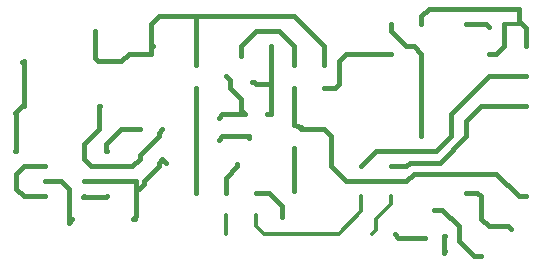
<source format=gbr>
G04 EAGLE Gerber RS-274X export*
G75*
%MOMM*%
%FSLAX34Y34*%
%LPD*%
%INTop Copper*%
%IPPOS*%
%AMOC8*
5,1,8,0,0,1.08239X$1,22.5*%
G01*
%ADD10C,0.406400*%
%ADD11C,0.304800*%


D10*
X44450Y88900D02*
X62900Y88900D01*
X44450Y88900D02*
X38100Y82550D01*
X38100Y69850D01*
X44450Y63500D01*
X62900Y63500D01*
X241300Y66650D02*
X252438Y66650D01*
X263525Y55563D01*
X263525Y46175D01*
X263550Y46150D01*
X215900Y66650D02*
X215900Y79375D01*
X225450Y88925D02*
X225450Y90600D01*
X225450Y88925D02*
X215900Y79375D01*
X142400Y69850D02*
X139700Y69850D01*
X161900Y95250D02*
X165100Y92050D01*
X114900Y76200D02*
X95250Y76200D01*
X158750Y88900D02*
X158750Y92100D01*
X161900Y95250D01*
X139700Y69850D02*
X139700Y46750D01*
X137400Y44450D01*
X139700Y69850D02*
X139700Y76200D01*
X114900Y76200D01*
X146050Y76200D02*
X158750Y88900D01*
X146050Y76200D02*
X146050Y73500D01*
X142400Y69850D01*
X139192Y44450D02*
X137400Y44450D01*
X138684Y43942D02*
X139192Y44450D01*
D11*
X215900Y47650D02*
X215900Y31750D01*
X330200Y50800D02*
X330200Y63500D01*
X330200Y50800D02*
X311150Y31750D01*
X247650Y31750D01*
X241300Y38100D01*
X241300Y47650D01*
D10*
X298450Y155600D02*
X308000Y155600D01*
X311150Y158750D01*
X311150Y177800D01*
X317500Y184150D01*
X355600Y184150D01*
X435610Y209550D02*
X438150Y207010D01*
X435610Y209550D02*
X419100Y209550D01*
X419100Y127000D02*
X419100Y114300D01*
X419100Y127000D02*
X431800Y139700D01*
X469900Y139700D01*
X368300Y88900D02*
X355600Y88900D01*
X368300Y88900D02*
X371475Y92075D01*
X396875Y92075D01*
X419100Y114300D01*
X342900Y101600D02*
X330200Y88900D01*
X342900Y101600D02*
X393700Y101600D01*
X406400Y114300D01*
X406400Y133350D01*
X438150Y165100D01*
X469900Y165100D01*
X273050Y155600D02*
X273050Y123800D01*
X279756Y121920D01*
X304800Y88900D02*
X317500Y76200D01*
X304800Y88900D02*
X304800Y114300D01*
X463550Y63500D02*
X469900Y63500D01*
X463550Y63500D02*
X444500Y82550D01*
D11*
X279400Y120650D02*
X273050Y123800D01*
D10*
X279400Y120650D02*
X298450Y120650D01*
X304800Y114300D01*
X374650Y82550D02*
X444500Y82550D01*
X374650Y82550D02*
X368300Y76200D01*
X317500Y76200D01*
X431800Y50750D02*
X431800Y44450D01*
X438150Y38100D01*
X454500Y38100D01*
X457200Y35400D01*
X431800Y50750D02*
X431800Y63500D01*
X428625Y66675D02*
X419100Y66675D01*
X428625Y66675D02*
X431800Y63500D01*
X273050Y68150D02*
X273050Y104800D01*
X273050Y174600D02*
X273050Y190500D01*
X260350Y203200D01*
X241300Y203200D01*
X228600Y190500D01*
X228600Y182450D01*
X234950Y114300D02*
X234950Y112600D01*
X234950Y114300D02*
X212700Y114300D01*
X209550Y111150D01*
X219100Y161900D02*
X215900Y165100D01*
X212750Y133350D02*
X231800Y133350D01*
X212750Y133350D02*
X209550Y130150D01*
X219100Y155550D02*
X219100Y160450D01*
X219100Y155550D02*
X228600Y146050D01*
X228600Y136550D01*
X231800Y133350D01*
X219100Y160450D02*
X219100Y161900D01*
D11*
X355600Y63500D02*
X355600Y57150D01*
X342900Y44450D01*
X342900Y34900D01*
X339750Y31750D01*
D10*
X142900Y120650D02*
X127000Y120650D01*
X114300Y107950D01*
X114300Y102200D01*
X114900Y101600D01*
X114900Y88900D02*
X136550Y88900D01*
X142900Y95250D01*
X142900Y98450D01*
X158750Y114300D01*
X158750Y117500D01*
X161900Y120650D01*
X114900Y88900D02*
X101600Y88900D01*
X95250Y95250D01*
X107950Y139700D02*
X108900Y139700D01*
X107950Y139700D02*
X107950Y120650D01*
X95250Y107950D01*
X95250Y95250D01*
X114900Y63500D02*
X114646Y63246D01*
X94996Y63246D01*
X190500Y66650D02*
X190500Y88900D01*
X190500Y155600D01*
X95250Y63500D02*
X94996Y63246D01*
X37500Y133700D02*
X43500Y139700D01*
X43500Y176800D02*
X44450Y177750D01*
X44450Y139700D02*
X43500Y139700D01*
X44450Y139700D02*
X44450Y177750D01*
X44500Y177800D01*
X38100Y101600D02*
X37500Y101600D01*
X38100Y101600D02*
X38100Y133100D01*
X37500Y133700D01*
X62900Y76200D02*
X76200Y76200D01*
X82550Y69850D01*
X82550Y40800D01*
X85250Y44450D01*
X105250Y180450D02*
X105250Y203200D01*
X105250Y180450D02*
X107900Y177800D01*
X152400Y189450D02*
X153958Y191008D01*
X190500Y190500D02*
X190500Y174600D01*
X298450Y174600D02*
X298450Y190500D01*
X273050Y215900D01*
X190500Y215900D02*
X158750Y215900D01*
X190500Y215900D02*
X273050Y215900D01*
X158750Y215900D02*
X152400Y209550D01*
X190500Y215900D02*
X190500Y190500D01*
X152400Y189450D02*
X152400Y209550D01*
X127000Y177800D02*
X107900Y177800D01*
X127000Y177800D02*
X133350Y184150D01*
X152400Y184150D01*
X152400Y189450D01*
X250800Y133350D02*
X254000Y133350D01*
X254000Y158750D01*
X239600Y160450D02*
X238100Y160450D01*
X239600Y160450D02*
X241300Y158750D01*
X254000Y158750D01*
X254000Y190500D01*
X381000Y209550D02*
X381000Y215900D01*
X387350Y222250D01*
X463550Y222250D01*
X463550Y212090D01*
X466090Y209550D01*
X469900Y205740D02*
X469900Y190500D01*
X469900Y205740D02*
X466090Y209550D01*
X384175Y28575D02*
X384200Y28550D01*
X384175Y28575D02*
X361925Y28575D01*
X358750Y31750D01*
X392112Y52276D02*
X398574Y52276D01*
X412750Y38100D01*
X412750Y25400D01*
X425450Y12700D01*
X431750Y12700D01*
X431800Y12750D01*
X355600Y203200D02*
X355600Y209550D01*
X381000Y184150D02*
X381000Y114300D01*
X381000Y184150D02*
X374650Y190500D01*
X368300Y190500D01*
X355600Y203200D01*
X401613Y17438D02*
X400050Y15875D01*
X400050Y30276D02*
X401612Y30276D01*
X400050Y30276D02*
X400050Y15875D01*
X438150Y184150D02*
X444500Y184150D01*
X450850Y190500D01*
X450850Y209550D01*
D11*
X463550Y209550D01*
M02*

</source>
